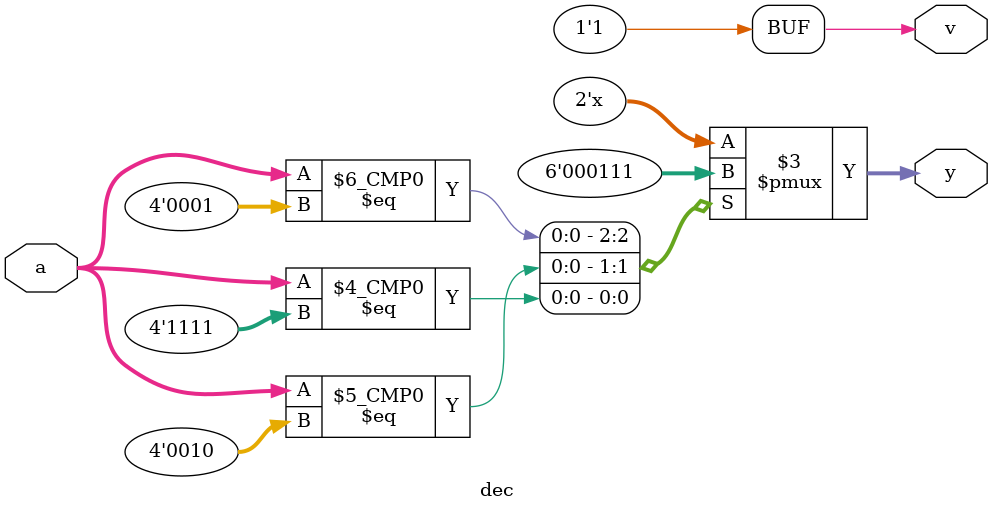
<source format=v>
module dec(a,y,v);
input [3:0]a;
output reg [1:0]y;
output reg v;
always@(*)begin
v=1;
y=2'b00;
case(a)
4'b0001:y=2'b00;
4'b0010:y=2'b01;
4'b0010:y=2'b10;
4'b1111:y=2'b11;
default y=2'bxx;
endcase
end
endmodule

</source>
